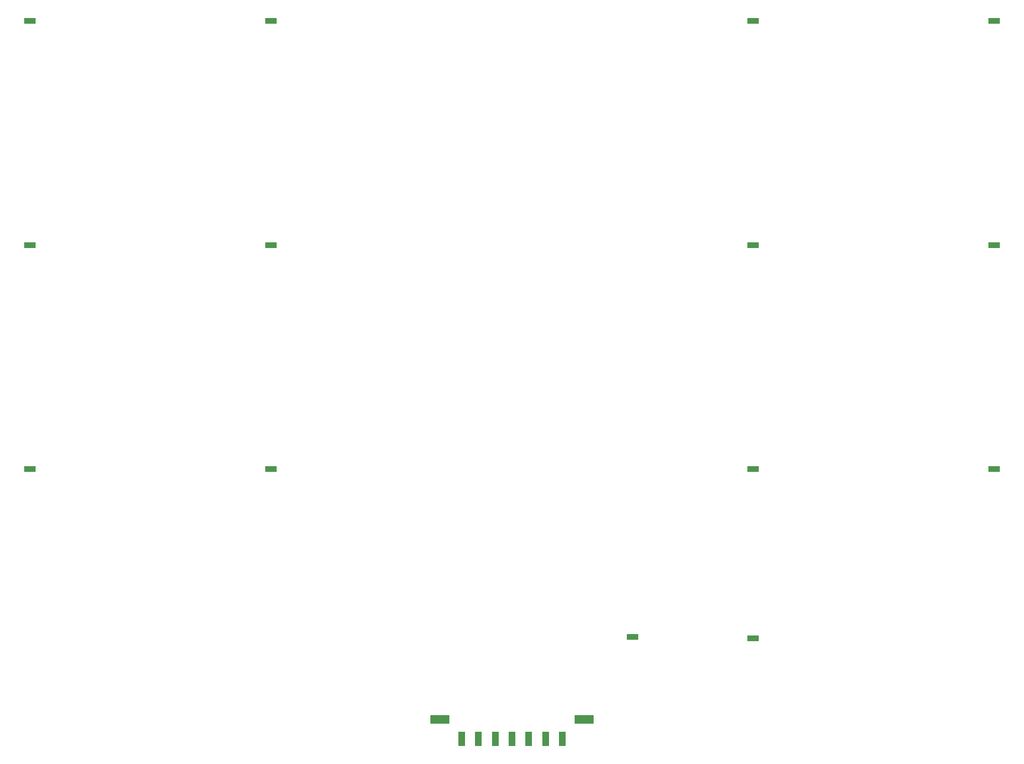
<source format=gbr>
%TF.GenerationSoftware,KiCad,Pcbnew,7.0.1*%
%TF.CreationDate,2025-05-26T15:04:12+02:00*%
%TF.ProjectId,federkontaktplatine,66656465-726b-46f6-9e74-616b74706c61,rev?*%
%TF.SameCoordinates,Original*%
%TF.FileFunction,Paste,Top*%
%TF.FilePolarity,Positive*%
%FSLAX46Y46*%
G04 Gerber Fmt 4.6, Leading zero omitted, Abs format (unit mm)*
G04 Created by KiCad (PCBNEW 7.0.1) date 2025-05-26 15:04:12*
%MOMM*%
%LPD*%
G01*
G04 APERTURE LIST*
%ADD10R,2.000000X1.000000*%
%ADD11R,1.270000X2.540000*%
%ADD12R,3.430000X1.650000*%
G04 APERTURE END LIST*
D10*
%TO.C,TP11*%
X191000000Y-79000000D03*
%TD*%
%TO.C,TP4*%
X105000000Y-79000000D03*
%TD*%
D11*
%TO.C,J1*%
X139000000Y-167135000D03*
X142000000Y-167135000D03*
X145000000Y-167135000D03*
X148000000Y-167135000D03*
X151000000Y-167135000D03*
X154000000Y-167135000D03*
X157000000Y-167135000D03*
D12*
X135115000Y-163715000D03*
X160885000Y-163715000D03*
%TD*%
D10*
%TO.C,TP8*%
X169500000Y-149000000D03*
%TD*%
%TO.C,TP5*%
X62000000Y-39000000D03*
%TD*%
%TO.C,TP10*%
X234000000Y-39000000D03*
%TD*%
%TO.C,TP3*%
X62000000Y-79000000D03*
%TD*%
%TO.C,TP14*%
X234000000Y-119000000D03*
%TD*%
%TO.C,TP7*%
X191000000Y-149250000D03*
%TD*%
%TO.C,TP1*%
X62000000Y-119000000D03*
%TD*%
%TO.C,TP12*%
X234000000Y-79000000D03*
%TD*%
%TO.C,TP13*%
X191000000Y-119000000D03*
%TD*%
%TO.C,TP2*%
X105000000Y-119000000D03*
%TD*%
%TO.C,TP6*%
X105000000Y-39000000D03*
%TD*%
%TO.C,TP9*%
X191000000Y-39000000D03*
%TD*%
M02*

</source>
